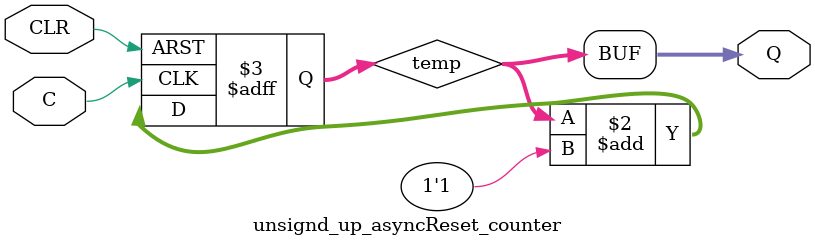
<source format=v>
`timescale 1ns / 1ps

module unsignd_up_asyncReset_counter(
    input C,
    input CLR,
    output [3:0] Q
    );
	 reg [3:0] temp;
	 always @ (posedge C or posedge CLR) begin
		if (CLR)
			temp <= 4'b0000;
		else
			temp <= temp + 1'b1;
	 end
	 assign Q = temp;

endmodule

</source>
